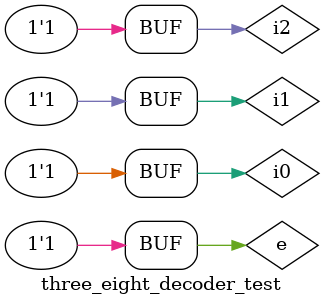
<source format=v>
`timescale 1ns / 1ps


module three_eight_decoder_test;

	// Inputs
	reg i0;
	reg i1;
	reg i2;
	reg e;

	// Outputs
	wire y0;
	wire y1;
	wire y2;
	wire y3;
	wire y4;
	wire y5;
	wire y6;
	wire y7;

	// Instantiate the Unit Under Test (UUT)
	three_eight_decoder uut (
		.y0(y0), 
		.y1(y1), 
		.y2(y2), 
		.y3(y3), 
		.y4(y4), 
		.y5(y5), 
		.y6(y6), 
		.y7(y7), 
		.i0(i0), 
		.i1(i1), 
		.i2(i2), 
		.e(e)
	);

	initial begin
		// Initialize Inputs
		i0 = 0;
		i1 = 0;
		i2 = 0;
		e = 0;

		// Wait 100 ns for global reset to finish
		#10;
      repeat(15)
		begin
		#10;
		e = e^(i0&i1&i2);
		i0 = i0^(i2&i1);
		i1 = i1^(i2);
		i2 = i2^1;
		end
		// Add stimulus here

	end
      
endmodule


</source>
